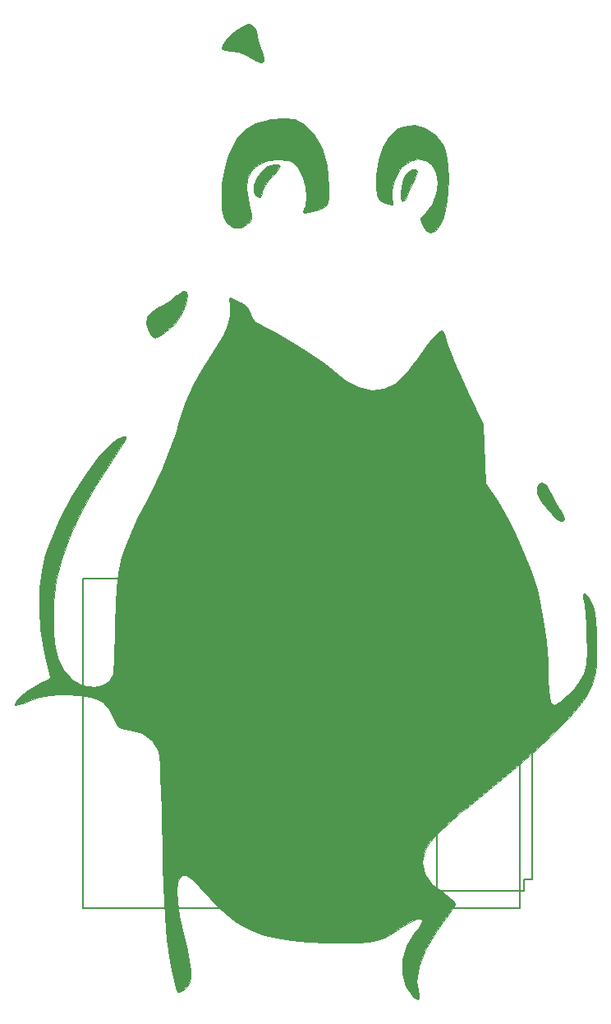
<source format=gbr>
G04 #@! TF.GenerationSoftware,KiCad,Pcbnew,(2018-02-05 revision d1a45d147)-makepkg*
G04 #@! TF.CreationDate,2019-11-12T11:54:18-08:00*
G04 #@! TF.ProjectId,lichen-badge,6C696368656E2D62616467652E6B6963,rev?*
G04 #@! TF.SameCoordinates,Original*
G04 #@! TF.FileFunction,Legend,Bot*
G04 #@! TF.FilePolarity,Positive*
%FSLAX46Y46*%
G04 Gerber Fmt 4.6, Leading zero omitted, Abs format (unit mm)*
G04 Created by KiCad (PCBNEW (2018-02-05 revision d1a45d147)-makepkg) date 11/12/19 11:54:18*
%MOMM*%
%LPD*%
G01*
G04 APERTURE LIST*
%ADD10C,0.127000*%
%ADD11C,0.010000*%
%ADD12C,0.097536*%
G04 APERTURE END LIST*
D10*
X120188400Y-123462000D02*
X120188400Y-157462000D01*
X120188400Y-157462000D02*
X75188400Y-157462000D01*
X75188400Y-157462000D02*
X75188400Y-123462000D01*
X75188400Y-123462000D02*
X120188400Y-123462000D01*
X110220400Y-146082000D02*
X110220400Y-148862000D01*
X110220400Y-148862000D02*
X111620400Y-148862000D01*
X111620400Y-148862000D02*
X111620400Y-155662000D01*
X111620400Y-155662000D02*
X120620400Y-155662000D01*
X120620400Y-155662000D02*
X120620400Y-154462000D01*
X120620400Y-154462000D02*
X121420400Y-154462000D01*
X121420400Y-154462000D02*
X121420400Y-131062000D01*
X121420400Y-131062000D02*
X120620400Y-131062000D01*
X120620400Y-131062000D02*
X120620400Y-126062000D01*
X120620400Y-126062000D02*
X111020400Y-126062000D01*
X111020400Y-126062000D02*
X111020400Y-129462000D01*
X111020400Y-129462000D02*
X110220400Y-129462000D01*
X110220400Y-129462000D02*
X110220400Y-134842000D01*
D11*
G36*
X90250641Y-94731288D02*
X90276076Y-95290363D01*
X90294806Y-95506788D01*
X90290488Y-96438706D01*
X90069012Y-97390125D01*
X89591008Y-98461551D01*
X88817105Y-99753493D01*
X88369061Y-100423024D01*
X87319836Y-102054911D01*
X86471849Y-103628600D01*
X85750881Y-105306384D01*
X85082711Y-107250554D01*
X84766140Y-108301330D01*
X84139877Y-110148079D01*
X83250104Y-112277090D01*
X82074561Y-114740576D01*
X81735155Y-115411425D01*
X80769207Y-117335691D01*
X80023518Y-118935708D01*
X79467786Y-120329138D01*
X79071712Y-121633641D01*
X78804994Y-122966878D01*
X78637332Y-124446511D01*
X78538426Y-126190200D01*
X78484231Y-128035199D01*
X78443871Y-129564695D01*
X78397312Y-130947803D01*
X78348445Y-132092579D01*
X78301160Y-132907077D01*
X78261938Y-133287937D01*
X77877395Y-134090844D01*
X77130515Y-134537715D01*
X76326648Y-134639199D01*
X75030636Y-134473468D01*
X74019956Y-133939983D01*
X73211297Y-132984305D01*
X72885496Y-132390552D01*
X72553724Y-131646413D01*
X72335430Y-130939044D01*
X72201171Y-130115050D01*
X72121506Y-129021038D01*
X72090244Y-128247205D01*
X72120471Y-125916493D01*
X72391710Y-123663127D01*
X72928280Y-121419345D01*
X73754501Y-119117389D01*
X74894690Y-116689497D01*
X76373166Y-114067909D01*
X78213287Y-111186303D01*
X78814881Y-110257135D01*
X79275121Y-109489002D01*
X79540990Y-108974222D01*
X79579202Y-108807830D01*
X79267382Y-108823017D01*
X78715820Y-109124029D01*
X78035798Y-109629478D01*
X77338598Y-110257976D01*
X76813789Y-110830357D01*
X75381765Y-112782486D01*
X73981853Y-115064478D01*
X72708896Y-117502086D01*
X71657736Y-119921059D01*
X71251229Y-121050199D01*
X70879506Y-122635838D01*
X70673947Y-124547894D01*
X70634523Y-126632736D01*
X70761209Y-128736734D01*
X71053977Y-130706256D01*
X71253051Y-131557114D01*
X71501020Y-132517154D01*
X71675792Y-133266058D01*
X71751265Y-133688524D01*
X71747323Y-133740701D01*
X71500358Y-133882456D01*
X70938405Y-134189854D01*
X70350403Y-134506579D01*
X69452564Y-135045850D01*
X68724974Y-135590930D01*
X68247622Y-136069190D01*
X68100494Y-136408001D01*
X68161253Y-136494353D01*
X68490146Y-136470813D01*
X69127509Y-136276421D01*
X69767856Y-136023350D01*
X70690614Y-135686202D01*
X71633569Y-135497656D01*
X72801250Y-135422817D01*
X73321904Y-135416978D01*
X74987761Y-135492057D01*
X76244236Y-135748958D01*
X77168365Y-136222991D01*
X77837180Y-136949469D01*
X78207141Y-137656367D01*
X78543487Y-138386633D01*
X78866531Y-138778346D01*
X79344788Y-138967303D01*
X79953870Y-139063934D01*
X81217336Y-139435776D01*
X82219175Y-140140255D01*
X82860256Y-141102519D01*
X82935148Y-141315011D01*
X82999894Y-141762037D01*
X83067648Y-142649898D01*
X83135490Y-143911462D01*
X83200498Y-145479600D01*
X83259752Y-147287180D01*
X83310332Y-149267071D01*
X83335380Y-150514199D01*
X83385469Y-153012347D01*
X83440177Y-155081336D01*
X83504269Y-156800006D01*
X83582509Y-158247199D01*
X83679663Y-159501754D01*
X83800496Y-160642512D01*
X83949772Y-161748314D01*
X84055681Y-162432218D01*
X84294363Y-163793614D01*
X84527385Y-164902892D01*
X84735886Y-165681307D01*
X84901002Y-166050115D01*
X84926529Y-166067593D01*
X85306133Y-165977264D01*
X85752029Y-165643074D01*
X86059441Y-165217086D01*
X86222596Y-164648134D01*
X86238410Y-163864195D01*
X86103801Y-162793246D01*
X85815685Y-161363264D01*
X85513904Y-160080946D01*
X85090325Y-158203810D01*
X84843952Y-156742544D01*
X84769635Y-155638877D01*
X84862223Y-154834539D01*
X85014841Y-154434500D01*
X85375403Y-154024094D01*
X85832749Y-154034108D01*
X86439869Y-154477496D01*
X86826769Y-154877458D01*
X88011985Y-156174688D01*
X88935922Y-157151912D01*
X89668999Y-157873880D01*
X90281635Y-158405344D01*
X90844251Y-158811056D01*
X91427267Y-159155767D01*
X91553211Y-159223457D01*
X92722069Y-159790264D01*
X93878147Y-160219538D01*
X95127338Y-160532623D01*
X96575534Y-160750866D01*
X98328629Y-160895613D01*
X100273486Y-160981302D01*
X102087926Y-161027641D01*
X103493571Y-161020570D01*
X104588480Y-160940830D01*
X105470709Y-160769160D01*
X106238316Y-160486301D01*
X106989356Y-160072995D01*
X107821889Y-159509980D01*
X107843754Y-159494419D01*
X108863362Y-158843663D01*
X109596974Y-158525018D01*
X110014689Y-158526057D01*
X110086608Y-158834352D01*
X109782830Y-159437476D01*
X109277905Y-160090516D01*
X108492229Y-161339892D01*
X108083798Y-162735573D01*
X108062212Y-164152431D01*
X108437068Y-165465334D01*
X108816998Y-166099525D01*
X109299693Y-166643163D01*
X109655159Y-166862387D01*
X109810160Y-166736733D01*
X109734059Y-166355750D01*
X109519142Y-165015666D01*
X109765045Y-163465224D01*
X110471100Y-161706417D01*
X111636640Y-159741238D01*
X112232559Y-158896199D01*
X112802005Y-158114463D01*
X113260527Y-157473092D01*
X113517295Y-157099296D01*
X113528977Y-157080545D01*
X113430926Y-156781215D01*
X112934042Y-156322538D01*
X112404390Y-155953692D01*
X111158378Y-154953386D01*
X110406332Y-153874963D01*
X110151750Y-152730253D01*
X110398125Y-151531085D01*
X110850404Y-150695314D01*
X111297795Y-150165712D01*
X112055515Y-149411827D01*
X113031592Y-148519567D01*
X114134056Y-147574843D01*
X114596904Y-147195790D01*
X117474965Y-144842936D01*
X119950784Y-142755205D01*
X122043623Y-140914169D01*
X123772744Y-139301402D01*
X125157405Y-137898477D01*
X126216869Y-136686966D01*
X126970396Y-135648443D01*
X127323418Y-135020199D01*
X127632779Y-134346714D01*
X127840738Y-133760747D01*
X127967293Y-133134333D01*
X128032446Y-132339508D01*
X128056196Y-131248308D01*
X128058904Y-130314331D01*
X128043745Y-128860479D01*
X127989576Y-127799143D01*
X127883361Y-127015507D01*
X127712061Y-126394751D01*
X127575828Y-126059831D01*
X127206262Y-125373341D01*
X126903254Y-125033558D01*
X126726051Y-125068096D01*
X126733899Y-125504572D01*
X126773170Y-125685699D01*
X126855330Y-126220351D01*
X126945497Y-127125800D01*
X127031541Y-128265237D01*
X127088975Y-129247757D01*
X127131585Y-130944972D01*
X127039631Y-132259114D01*
X126776832Y-133305510D01*
X126306910Y-134199488D01*
X125593586Y-135056376D01*
X125114021Y-135525960D01*
X124320832Y-136203412D01*
X123761716Y-136492307D01*
X123399123Y-136366804D01*
X123195498Y-135801065D01*
X123113291Y-134769251D01*
X123105904Y-134144212D01*
X123043010Y-132076654D01*
X122867523Y-129895158D01*
X122599236Y-127763072D01*
X122257944Y-125843741D01*
X121946038Y-124572572D01*
X121374263Y-122831744D01*
X120639871Y-120940891D01*
X119808255Y-119045622D01*
X118944809Y-117291550D01*
X118114926Y-115824283D01*
X117799243Y-115338954D01*
X116663367Y-113684199D01*
X116367079Y-107588199D01*
X114671032Y-104011920D01*
X114052538Y-102671586D01*
X113492898Y-101391988D01*
X113040351Y-100288339D01*
X112743135Y-99475855D01*
X112675204Y-99245102D01*
X112461709Y-98523686D01*
X112258046Y-98036110D01*
X112178252Y-97932705D01*
X111882529Y-98044703D01*
X111340864Y-98579126D01*
X110566156Y-99521285D01*
X109571298Y-100856493D01*
X109392586Y-101105573D01*
X108719311Y-101980056D01*
X108030075Y-102765903D01*
X107469067Y-103299253D01*
X107447698Y-103315798D01*
X106232073Y-103950763D01*
X104910797Y-104101450D01*
X103516479Y-103772404D01*
X102081727Y-102968169D01*
X101465948Y-102482088D01*
X100002836Y-101327457D01*
X98272103Y-100120391D01*
X96464842Y-98985474D01*
X94772147Y-98047293D01*
X94330516Y-97830062D01*
X93408637Y-97363189D01*
X92856145Y-96986988D01*
X92567210Y-96612601D01*
X92454808Y-96255215D01*
X92153971Y-95602198D01*
X91479171Y-95081105D01*
X91331816Y-95002909D01*
X90720067Y-94699452D01*
X90334173Y-94524282D01*
X90279811Y-94507199D01*
X90250641Y-94731288D01*
X90250641Y-94731288D01*
G37*
X90250641Y-94731288D02*
X90276076Y-95290363D01*
X90294806Y-95506788D01*
X90290488Y-96438706D01*
X90069012Y-97390125D01*
X89591008Y-98461551D01*
X88817105Y-99753493D01*
X88369061Y-100423024D01*
X87319836Y-102054911D01*
X86471849Y-103628600D01*
X85750881Y-105306384D01*
X85082711Y-107250554D01*
X84766140Y-108301330D01*
X84139877Y-110148079D01*
X83250104Y-112277090D01*
X82074561Y-114740576D01*
X81735155Y-115411425D01*
X80769207Y-117335691D01*
X80023518Y-118935708D01*
X79467786Y-120329138D01*
X79071712Y-121633641D01*
X78804994Y-122966878D01*
X78637332Y-124446511D01*
X78538426Y-126190200D01*
X78484231Y-128035199D01*
X78443871Y-129564695D01*
X78397312Y-130947803D01*
X78348445Y-132092579D01*
X78301160Y-132907077D01*
X78261938Y-133287937D01*
X77877395Y-134090844D01*
X77130515Y-134537715D01*
X76326648Y-134639199D01*
X75030636Y-134473468D01*
X74019956Y-133939983D01*
X73211297Y-132984305D01*
X72885496Y-132390552D01*
X72553724Y-131646413D01*
X72335430Y-130939044D01*
X72201171Y-130115050D01*
X72121506Y-129021038D01*
X72090244Y-128247205D01*
X72120471Y-125916493D01*
X72391710Y-123663127D01*
X72928280Y-121419345D01*
X73754501Y-119117389D01*
X74894690Y-116689497D01*
X76373166Y-114067909D01*
X78213287Y-111186303D01*
X78814881Y-110257135D01*
X79275121Y-109489002D01*
X79540990Y-108974222D01*
X79579202Y-108807830D01*
X79267382Y-108823017D01*
X78715820Y-109124029D01*
X78035798Y-109629478D01*
X77338598Y-110257976D01*
X76813789Y-110830357D01*
X75381765Y-112782486D01*
X73981853Y-115064478D01*
X72708896Y-117502086D01*
X71657736Y-119921059D01*
X71251229Y-121050199D01*
X70879506Y-122635838D01*
X70673947Y-124547894D01*
X70634523Y-126632736D01*
X70761209Y-128736734D01*
X71053977Y-130706256D01*
X71253051Y-131557114D01*
X71501020Y-132517154D01*
X71675792Y-133266058D01*
X71751265Y-133688524D01*
X71747323Y-133740701D01*
X71500358Y-133882456D01*
X70938405Y-134189854D01*
X70350403Y-134506579D01*
X69452564Y-135045850D01*
X68724974Y-135590930D01*
X68247622Y-136069190D01*
X68100494Y-136408001D01*
X68161253Y-136494353D01*
X68490146Y-136470813D01*
X69127509Y-136276421D01*
X69767856Y-136023350D01*
X70690614Y-135686202D01*
X71633569Y-135497656D01*
X72801250Y-135422817D01*
X73321904Y-135416978D01*
X74987761Y-135492057D01*
X76244236Y-135748958D01*
X77168365Y-136222991D01*
X77837180Y-136949469D01*
X78207141Y-137656367D01*
X78543487Y-138386633D01*
X78866531Y-138778346D01*
X79344788Y-138967303D01*
X79953870Y-139063934D01*
X81217336Y-139435776D01*
X82219175Y-140140255D01*
X82860256Y-141102519D01*
X82935148Y-141315011D01*
X82999894Y-141762037D01*
X83067648Y-142649898D01*
X83135490Y-143911462D01*
X83200498Y-145479600D01*
X83259752Y-147287180D01*
X83310332Y-149267071D01*
X83335380Y-150514199D01*
X83385469Y-153012347D01*
X83440177Y-155081336D01*
X83504269Y-156800006D01*
X83582509Y-158247199D01*
X83679663Y-159501754D01*
X83800496Y-160642512D01*
X83949772Y-161748314D01*
X84055681Y-162432218D01*
X84294363Y-163793614D01*
X84527385Y-164902892D01*
X84735886Y-165681307D01*
X84901002Y-166050115D01*
X84926529Y-166067593D01*
X85306133Y-165977264D01*
X85752029Y-165643074D01*
X86059441Y-165217086D01*
X86222596Y-164648134D01*
X86238410Y-163864195D01*
X86103801Y-162793246D01*
X85815685Y-161363264D01*
X85513904Y-160080946D01*
X85090325Y-158203810D01*
X84843952Y-156742544D01*
X84769635Y-155638877D01*
X84862223Y-154834539D01*
X85014841Y-154434500D01*
X85375403Y-154024094D01*
X85832749Y-154034108D01*
X86439869Y-154477496D01*
X86826769Y-154877458D01*
X88011985Y-156174688D01*
X88935922Y-157151912D01*
X89668999Y-157873880D01*
X90281635Y-158405344D01*
X90844251Y-158811056D01*
X91427267Y-159155767D01*
X91553211Y-159223457D01*
X92722069Y-159790264D01*
X93878147Y-160219538D01*
X95127338Y-160532623D01*
X96575534Y-160750866D01*
X98328629Y-160895613D01*
X100273486Y-160981302D01*
X102087926Y-161027641D01*
X103493571Y-161020570D01*
X104588480Y-160940830D01*
X105470709Y-160769160D01*
X106238316Y-160486301D01*
X106989356Y-160072995D01*
X107821889Y-159509980D01*
X107843754Y-159494419D01*
X108863362Y-158843663D01*
X109596974Y-158525018D01*
X110014689Y-158526057D01*
X110086608Y-158834352D01*
X109782830Y-159437476D01*
X109277905Y-160090516D01*
X108492229Y-161339892D01*
X108083798Y-162735573D01*
X108062212Y-164152431D01*
X108437068Y-165465334D01*
X108816998Y-166099525D01*
X109299693Y-166643163D01*
X109655159Y-166862387D01*
X109810160Y-166736733D01*
X109734059Y-166355750D01*
X109519142Y-165015666D01*
X109765045Y-163465224D01*
X110471100Y-161706417D01*
X111636640Y-159741238D01*
X112232559Y-158896199D01*
X112802005Y-158114463D01*
X113260527Y-157473092D01*
X113517295Y-157099296D01*
X113528977Y-157080545D01*
X113430926Y-156781215D01*
X112934042Y-156322538D01*
X112404390Y-155953692D01*
X111158378Y-154953386D01*
X110406332Y-153874963D01*
X110151750Y-152730253D01*
X110398125Y-151531085D01*
X110850404Y-150695314D01*
X111297795Y-150165712D01*
X112055515Y-149411827D01*
X113031592Y-148519567D01*
X114134056Y-147574843D01*
X114596904Y-147195790D01*
X117474965Y-144842936D01*
X119950784Y-142755205D01*
X122043623Y-140914169D01*
X123772744Y-139301402D01*
X125157405Y-137898477D01*
X126216869Y-136686966D01*
X126970396Y-135648443D01*
X127323418Y-135020199D01*
X127632779Y-134346714D01*
X127840738Y-133760747D01*
X127967293Y-133134333D01*
X128032446Y-132339508D01*
X128056196Y-131248308D01*
X128058904Y-130314331D01*
X128043745Y-128860479D01*
X127989576Y-127799143D01*
X127883361Y-127015507D01*
X127712061Y-126394751D01*
X127575828Y-126059831D01*
X127206262Y-125373341D01*
X126903254Y-125033558D01*
X126726051Y-125068096D01*
X126733899Y-125504572D01*
X126773170Y-125685699D01*
X126855330Y-126220351D01*
X126945497Y-127125800D01*
X127031541Y-128265237D01*
X127088975Y-129247757D01*
X127131585Y-130944972D01*
X127039631Y-132259114D01*
X126776832Y-133305510D01*
X126306910Y-134199488D01*
X125593586Y-135056376D01*
X125114021Y-135525960D01*
X124320832Y-136203412D01*
X123761716Y-136492307D01*
X123399123Y-136366804D01*
X123195498Y-135801065D01*
X123113291Y-134769251D01*
X123105904Y-134144212D01*
X123043010Y-132076654D01*
X122867523Y-129895158D01*
X122599236Y-127763072D01*
X122257944Y-125843741D01*
X121946038Y-124572572D01*
X121374263Y-122831744D01*
X120639871Y-120940891D01*
X119808255Y-119045622D01*
X118944809Y-117291550D01*
X118114926Y-115824283D01*
X117799243Y-115338954D01*
X116663367Y-113684199D01*
X116367079Y-107588199D01*
X114671032Y-104011920D01*
X114052538Y-102671586D01*
X113492898Y-101391988D01*
X113040351Y-100288339D01*
X112743135Y-99475855D01*
X112675204Y-99245102D01*
X112461709Y-98523686D01*
X112258046Y-98036110D01*
X112178252Y-97932705D01*
X111882529Y-98044703D01*
X111340864Y-98579126D01*
X110566156Y-99521285D01*
X109571298Y-100856493D01*
X109392586Y-101105573D01*
X108719311Y-101980056D01*
X108030075Y-102765903D01*
X107469067Y-103299253D01*
X107447698Y-103315798D01*
X106232073Y-103950763D01*
X104910797Y-104101450D01*
X103516479Y-103772404D01*
X102081727Y-102968169D01*
X101465948Y-102482088D01*
X100002836Y-101327457D01*
X98272103Y-100120391D01*
X96464842Y-98985474D01*
X94772147Y-98047293D01*
X94330516Y-97830062D01*
X93408637Y-97363189D01*
X92856145Y-96986988D01*
X92567210Y-96612601D01*
X92454808Y-96255215D01*
X92153971Y-95602198D01*
X91479171Y-95081105D01*
X91331816Y-95002909D01*
X90720067Y-94699452D01*
X90334173Y-94524282D01*
X90279811Y-94507199D01*
X90250641Y-94731288D01*
G36*
X122113929Y-113750000D02*
X121965950Y-114055604D01*
X121958744Y-114703291D01*
X122334056Y-115487417D01*
X123118909Y-116460347D01*
X123314484Y-116668699D01*
X123947942Y-117294569D01*
X124350130Y-117571139D01*
X124611435Y-117542303D01*
X124755981Y-117368693D01*
X124714975Y-117026329D01*
X124422496Y-116478955D01*
X124287946Y-116289193D01*
X123753903Y-115463945D01*
X123297884Y-114573779D01*
X123270840Y-114509699D01*
X122878659Y-113838547D01*
X122467871Y-113576562D01*
X122113929Y-113750000D01*
X122113929Y-113750000D01*
G37*
X122113929Y-113750000D02*
X121965950Y-114055604D01*
X121958744Y-114703291D01*
X122334056Y-115487417D01*
X123118909Y-116460347D01*
X123314484Y-116668699D01*
X123947942Y-117294569D01*
X124350130Y-117571139D01*
X124611435Y-117542303D01*
X124755981Y-117368693D01*
X124714975Y-117026329D01*
X124422496Y-116478955D01*
X124287946Y-116289193D01*
X123753903Y-115463945D01*
X123297884Y-114573779D01*
X123270840Y-114509699D01*
X122878659Y-113838547D01*
X122467871Y-113576562D01*
X122113929Y-113750000D01*
G36*
X84864806Y-94259085D02*
X84817079Y-94303128D01*
X84132159Y-94839293D01*
X83285719Y-95369110D01*
X83045897Y-95496083D01*
X82151147Y-96040174D01*
X81709466Y-96591235D01*
X81672485Y-97237613D01*
X81828962Y-97718770D01*
X82174489Y-98392599D01*
X82540544Y-98641839D01*
X83049774Y-98491875D01*
X83650555Y-98095825D01*
X84654447Y-97224293D01*
X85334624Y-96231421D01*
X85756808Y-95182314D01*
X85933211Y-94352501D01*
X85821947Y-93902005D01*
X85455112Y-93860857D01*
X84864806Y-94259085D01*
X84864806Y-94259085D01*
G37*
X84864806Y-94259085D02*
X84817079Y-94303128D01*
X84132159Y-94839293D01*
X83285719Y-95369110D01*
X83045897Y-95496083D01*
X82151147Y-96040174D01*
X81709466Y-96591235D01*
X81672485Y-97237613D01*
X81828962Y-97718770D01*
X82174489Y-98392599D01*
X82540544Y-98641839D01*
X83049774Y-98491875D01*
X83650555Y-98095825D01*
X84654447Y-97224293D01*
X85334624Y-96231421D01*
X85756808Y-95182314D01*
X85933211Y-94352501D01*
X85821947Y-93902005D01*
X85455112Y-93860857D01*
X84864806Y-94259085D01*
G36*
X108168801Y-76884134D02*
X107464576Y-77206161D01*
X106709400Y-77928600D01*
X106084243Y-79034185D01*
X105629729Y-80405990D01*
X105386481Y-81927088D01*
X105374347Y-83222530D01*
X105456980Y-83979436D01*
X105648865Y-84405784D01*
X106055982Y-84679006D01*
X106309286Y-84787789D01*
X106870444Y-84999228D01*
X107076021Y-84967445D01*
X107040853Y-84640978D01*
X107000558Y-84478011D01*
X106971128Y-83530034D01*
X107246624Y-82435893D01*
X107765607Y-81401337D01*
X108022164Y-81056748D01*
X108814208Y-80446455D01*
X109724839Y-80250917D01*
X110612760Y-80478593D01*
X111123629Y-80871069D01*
X111573034Y-81688723D01*
X111714345Y-82739558D01*
X111568523Y-83869731D01*
X111156524Y-84925398D01*
X110499308Y-85752716D01*
X110453362Y-85791062D01*
X110010476Y-86197530D01*
X109922685Y-86528942D01*
X110135576Y-87010854D01*
X110151904Y-87040697D01*
X110577121Y-87648044D01*
X111002770Y-87813899D01*
X111465480Y-87639539D01*
X111917293Y-87122312D01*
X112289495Y-86213979D01*
X112571534Y-85026719D01*
X112752859Y-83672711D01*
X112822918Y-82264132D01*
X112771160Y-80913161D01*
X112587034Y-79731977D01*
X112288810Y-78886199D01*
X111484854Y-77784923D01*
X110469663Y-77063071D01*
X109334044Y-76752267D01*
X108168801Y-76884134D01*
X108168801Y-76884134D01*
G37*
X108168801Y-76884134D02*
X107464576Y-77206161D01*
X106709400Y-77928600D01*
X106084243Y-79034185D01*
X105629729Y-80405990D01*
X105386481Y-81927088D01*
X105374347Y-83222530D01*
X105456980Y-83979436D01*
X105648865Y-84405784D01*
X106055982Y-84679006D01*
X106309286Y-84787789D01*
X106870444Y-84999228D01*
X107076021Y-84967445D01*
X107040853Y-84640978D01*
X107000558Y-84478011D01*
X106971128Y-83530034D01*
X107246624Y-82435893D01*
X107765607Y-81401337D01*
X108022164Y-81056748D01*
X108814208Y-80446455D01*
X109724839Y-80250917D01*
X110612760Y-80478593D01*
X111123629Y-80871069D01*
X111573034Y-81688723D01*
X111714345Y-82739558D01*
X111568523Y-83869731D01*
X111156524Y-84925398D01*
X110499308Y-85752716D01*
X110453362Y-85791062D01*
X110010476Y-86197530D01*
X109922685Y-86528942D01*
X110135576Y-87010854D01*
X110151904Y-87040697D01*
X110577121Y-87648044D01*
X111002770Y-87813899D01*
X111465480Y-87639539D01*
X111917293Y-87122312D01*
X112289495Y-86213979D01*
X112571534Y-85026719D01*
X112752859Y-83672711D01*
X112822918Y-82264132D01*
X112771160Y-80913161D01*
X112587034Y-79731977D01*
X112288810Y-78886199D01*
X111484854Y-77784923D01*
X110469663Y-77063071D01*
X109334044Y-76752267D01*
X108168801Y-76884134D01*
G36*
X94437230Y-76195999D02*
X94299164Y-76220034D01*
X92892665Y-76601072D01*
X91812980Y-77225353D01*
X90976581Y-78170501D01*
X90299938Y-79514140D01*
X90063614Y-80156199D01*
X89712341Y-81463616D01*
X89495854Y-82861602D01*
X89416477Y-84229352D01*
X89476531Y-85446062D01*
X89678337Y-86390926D01*
X89934771Y-86860532D01*
X90645223Y-87321200D01*
X91450750Y-87308193D01*
X92101307Y-86950699D01*
X92387876Y-86692067D01*
X92516199Y-86420685D01*
X92494990Y-85995857D01*
X92332962Y-85276887D01*
X92229997Y-84872785D01*
X91980686Y-83397366D01*
X92089305Y-82243288D01*
X92568500Y-81359275D01*
X93232281Y-80808889D01*
X94175759Y-80431505D01*
X95272461Y-80287469D01*
X96293365Y-80393235D01*
X96728197Y-80557692D01*
X97307907Y-81115621D01*
X97772155Y-82013164D01*
X98079847Y-83087409D01*
X98189892Y-84175442D01*
X98061196Y-85114351D01*
X97946589Y-85388078D01*
X97809808Y-85729077D01*
X97996978Y-85803304D01*
X98391089Y-85731734D01*
X99407067Y-85488585D01*
X100029625Y-85223272D01*
X100355076Y-84814484D01*
X100479732Y-84140910D01*
X100499904Y-83081238D01*
X100499904Y-83075551D01*
X100327438Y-80925261D01*
X99805022Y-79125478D01*
X98925132Y-77651463D01*
X98806567Y-77508580D01*
X97936092Y-76675233D01*
X96998388Y-76201751D01*
X95872439Y-76053538D01*
X94437230Y-76195999D01*
X94437230Y-76195999D01*
G37*
X94437230Y-76195999D02*
X94299164Y-76220034D01*
X92892665Y-76601072D01*
X91812980Y-77225353D01*
X90976581Y-78170501D01*
X90299938Y-79514140D01*
X90063614Y-80156199D01*
X89712341Y-81463616D01*
X89495854Y-82861602D01*
X89416477Y-84229352D01*
X89476531Y-85446062D01*
X89678337Y-86390926D01*
X89934771Y-86860532D01*
X90645223Y-87321200D01*
X91450750Y-87308193D01*
X92101307Y-86950699D01*
X92387876Y-86692067D01*
X92516199Y-86420685D01*
X92494990Y-85995857D01*
X92332962Y-85276887D01*
X92229997Y-84872785D01*
X91980686Y-83397366D01*
X92089305Y-82243288D01*
X92568500Y-81359275D01*
X93232281Y-80808889D01*
X94175759Y-80431505D01*
X95272461Y-80287469D01*
X96293365Y-80393235D01*
X96728197Y-80557692D01*
X97307907Y-81115621D01*
X97772155Y-82013164D01*
X98079847Y-83087409D01*
X98189892Y-84175442D01*
X98061196Y-85114351D01*
X97946589Y-85388078D01*
X97809808Y-85729077D01*
X97996978Y-85803304D01*
X98391089Y-85731734D01*
X99407067Y-85488585D01*
X100029625Y-85223272D01*
X100355076Y-84814484D01*
X100479732Y-84140910D01*
X100499904Y-83081238D01*
X100499904Y-83075551D01*
X100327438Y-80925261D01*
X99805022Y-79125478D01*
X98925132Y-77651463D01*
X98806567Y-77508580D01*
X97936092Y-76675233D01*
X96998388Y-76201751D01*
X95872439Y-76053538D01*
X94437230Y-76195999D01*
G36*
X109068192Y-81341393D02*
X108634391Y-81583529D01*
X108429383Y-81812751D01*
X108181761Y-82384121D01*
X108004686Y-83107032D01*
X107917246Y-83823087D01*
X107938531Y-84373887D01*
X108087627Y-84601036D01*
X108093352Y-84601199D01*
X108406787Y-84392129D01*
X108522194Y-84156699D01*
X108713442Y-83656578D01*
X109031681Y-82943422D01*
X109149928Y-82696199D01*
X109451003Y-82038892D01*
X109626320Y-81579063D01*
X109644610Y-81489699D01*
X109468234Y-81293288D01*
X109068192Y-81341393D01*
X109068192Y-81341393D01*
G37*
X109068192Y-81341393D02*
X108634391Y-81583529D01*
X108429383Y-81812751D01*
X108181761Y-82384121D01*
X108004686Y-83107032D01*
X107917246Y-83823087D01*
X107938531Y-84373887D01*
X108087627Y-84601036D01*
X108093352Y-84601199D01*
X108406787Y-84392129D01*
X108522194Y-84156699D01*
X108713442Y-83656578D01*
X109031681Y-82943422D01*
X109149928Y-82696199D01*
X109451003Y-82038892D01*
X109626320Y-81579063D01*
X109644610Y-81489699D01*
X109468234Y-81293288D01*
X109068192Y-81341393D01*
G36*
X94222302Y-80991647D02*
X93597979Y-81506603D01*
X93093648Y-82206487D01*
X92786871Y-82961715D01*
X92755209Y-83642708D01*
X92954744Y-84022895D01*
X93311906Y-84224257D01*
X93466524Y-84183913D01*
X93613242Y-83808015D01*
X93641904Y-83503537D01*
X93817332Y-83051763D01*
X94266985Y-82440894D01*
X94641423Y-82047722D01*
X95252404Y-81407485D01*
X95454955Y-81014371D01*
X95257574Y-80825270D01*
X94889059Y-80791199D01*
X94222302Y-80991647D01*
X94222302Y-80991647D01*
G37*
X94222302Y-80991647D02*
X93597979Y-81506603D01*
X93093648Y-82206487D01*
X92786871Y-82961715D01*
X92755209Y-83642708D01*
X92954744Y-84022895D01*
X93311906Y-84224257D01*
X93466524Y-84183913D01*
X93613242Y-83808015D01*
X93641904Y-83503537D01*
X93817332Y-83051763D01*
X94266985Y-82440894D01*
X94641423Y-82047722D01*
X95252404Y-81407485D01*
X95454955Y-81014371D01*
X95257574Y-80825270D01*
X94889059Y-80791199D01*
X94222302Y-80991647D01*
G36*
X91642795Y-66553575D02*
X91041875Y-66906868D01*
X90412538Y-67432926D01*
X89865639Y-68014174D01*
X89512031Y-68533036D01*
X89460303Y-68868406D01*
X89793747Y-69037072D01*
X90395528Y-69114809D01*
X90418395Y-69115126D01*
X91140933Y-69255637D01*
X91976722Y-69598101D01*
X92244904Y-69748824D01*
X92971325Y-70175107D01*
X93396135Y-70345927D01*
X93637021Y-70292620D01*
X93752228Y-70150182D01*
X93752902Y-69789415D01*
X93578402Y-69180312D01*
X93513218Y-69015340D01*
X93262290Y-68297106D01*
X93137103Y-67708200D01*
X93133904Y-67639904D01*
X92987706Y-67059161D01*
X92786964Y-66697822D01*
X92490818Y-66396091D01*
X92124774Y-66379960D01*
X91642795Y-66553575D01*
X91642795Y-66553575D01*
G37*
X91642795Y-66553575D02*
X91041875Y-66906868D01*
X90412538Y-67432926D01*
X89865639Y-68014174D01*
X89512031Y-68533036D01*
X89460303Y-68868406D01*
X89793747Y-69037072D01*
X90395528Y-69114809D01*
X90418395Y-69115126D01*
X91140933Y-69255637D01*
X91976722Y-69598101D01*
X92244904Y-69748824D01*
X92971325Y-70175107D01*
X93396135Y-70345927D01*
X93637021Y-70292620D01*
X93752228Y-70150182D01*
X93752902Y-69789415D01*
X93578402Y-69180312D01*
X93513218Y-69015340D01*
X93262290Y-68297106D01*
X93137103Y-67708200D01*
X93133904Y-67639904D01*
X92987706Y-67059161D01*
X92786964Y-66697822D01*
X92490818Y-66396091D01*
X92124774Y-66379960D01*
X91642795Y-66553575D01*
D12*
X112183630Y-146112910D02*
X112183630Y-145671676D01*
X112183630Y-145892293D02*
X111411470Y-145892293D01*
X111521779Y-145818754D01*
X111595318Y-145745215D01*
X111632087Y-145671676D01*
M02*

</source>
